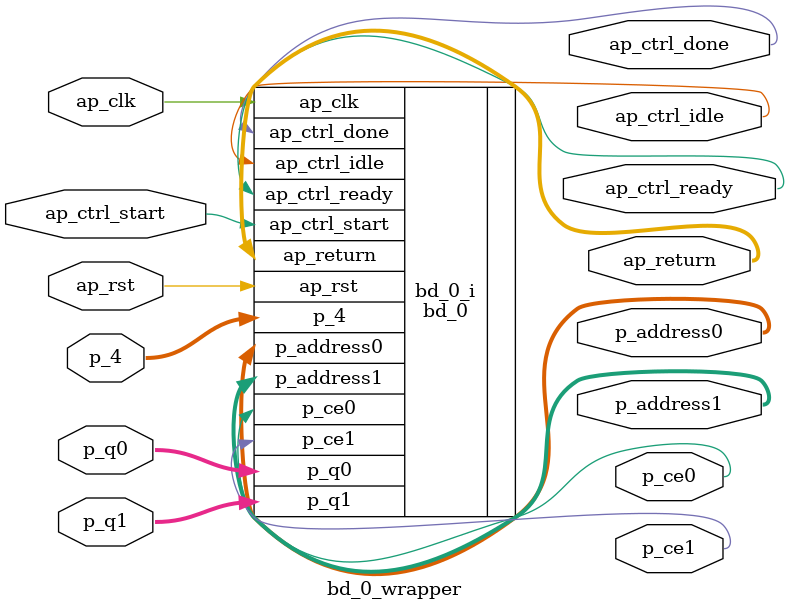
<source format=v>
`timescale 1 ps / 1 ps

module bd_0_wrapper
   (ap_clk,
    ap_ctrl_done,
    ap_ctrl_idle,
    ap_ctrl_ready,
    ap_ctrl_start,
    ap_return,
    ap_rst,
    p_4,
    p_address0,
    p_address1,
    p_ce0,
    p_ce1,
    p_q0,
    p_q1);
  input ap_clk;
  output ap_ctrl_done;
  output ap_ctrl_idle;
  output ap_ctrl_ready;
  input ap_ctrl_start;
  output [63:0]ap_return;
  input ap_rst;
  input [15:0]p_4;
  output [3:0]p_address0;
  output [3:0]p_address1;
  output p_ce0;
  output p_ce1;
  input [7:0]p_q0;
  input [7:0]p_q1;

  wire ap_clk;
  wire ap_ctrl_done;
  wire ap_ctrl_idle;
  wire ap_ctrl_ready;
  wire ap_ctrl_start;
  wire [63:0]ap_return;
  wire ap_rst;
  wire [15:0]p_4;
  wire [3:0]p_address0;
  wire [3:0]p_address1;
  wire p_ce0;
  wire p_ce1;
  wire [7:0]p_q0;
  wire [7:0]p_q1;

  bd_0 bd_0_i
       (.ap_clk(ap_clk),
        .ap_ctrl_done(ap_ctrl_done),
        .ap_ctrl_idle(ap_ctrl_idle),
        .ap_ctrl_ready(ap_ctrl_ready),
        .ap_ctrl_start(ap_ctrl_start),
        .ap_return(ap_return),
        .ap_rst(ap_rst),
        .p_4(p_4),
        .p_address0(p_address0),
        .p_address1(p_address1),
        .p_ce0(p_ce0),
        .p_ce1(p_ce1),
        .p_q0(p_q0),
        .p_q1(p_q1));
endmodule

</source>
